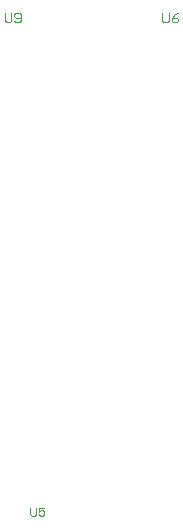
<source format=gm1>
G04*
G04 #@! TF.GenerationSoftware,Altium Limited,Altium Designer,21.6.1 (37)*
G04*
G04 Layer_Color=16711935*
%FSLAX25Y25*%
%MOIN*%
G70*
G04*
G04 #@! TF.SameCoordinates,74F22BCE-0206-479F-BCF0-E4D5E1675BD9*
G04*
G04*
G04 #@! TF.FilePolarity,Positive*
G04*
G01*
G75*
%ADD66C,0.00394*%
D66*
X276000Y309149D02*
Y306525D01*
X276525Y306000D01*
X277574D01*
X278099Y306525D01*
Y309149D01*
X281248D02*
X280198Y308624D01*
X279149Y307574D01*
Y306525D01*
X279673Y306000D01*
X280723D01*
X281248Y306525D01*
Y307049D01*
X280723Y307574D01*
X279149D01*
X232000Y144255D02*
Y141959D01*
X232459Y141500D01*
X233378D01*
X233837Y141959D01*
Y144255D01*
X236592D02*
X234755D01*
Y142877D01*
X235673Y143337D01*
X236133D01*
X236592Y142877D01*
Y141959D01*
X236133Y141500D01*
X235214D01*
X234755Y141959D01*
X223500Y309149D02*
Y306525D01*
X224025Y306000D01*
X225074D01*
X225599Y306525D01*
Y309149D01*
X226649Y306525D02*
X227173Y306000D01*
X228223D01*
X228748Y306525D01*
Y308624D01*
X228223Y309149D01*
X227173D01*
X226649Y308624D01*
Y308099D01*
X227173Y307574D01*
X228748D01*
M02*

</source>
